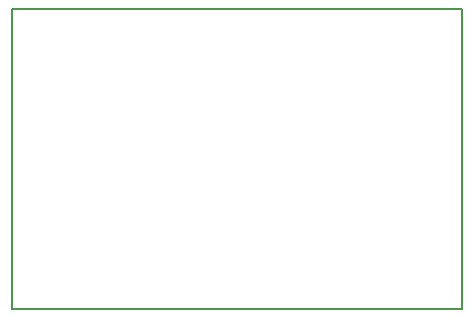
<source format=gbr>
G04 DipTrace 3.2.0.1*
G04 BoardOutline.gbr*
%MOIN*%
G04 #@! TF.FileFunction,Profile*
G04 #@! TF.Part,Single*
%ADD11C,0.005512*%
%FSLAX26Y26*%
G04*
G70*
G90*
G75*
G01*
G04 BoardOutline*
%LPD*%
X393701Y393701D2*
D11*
X1893701D1*
Y1393701D1*
X393701D1*
Y393701D1*
M02*

</source>
